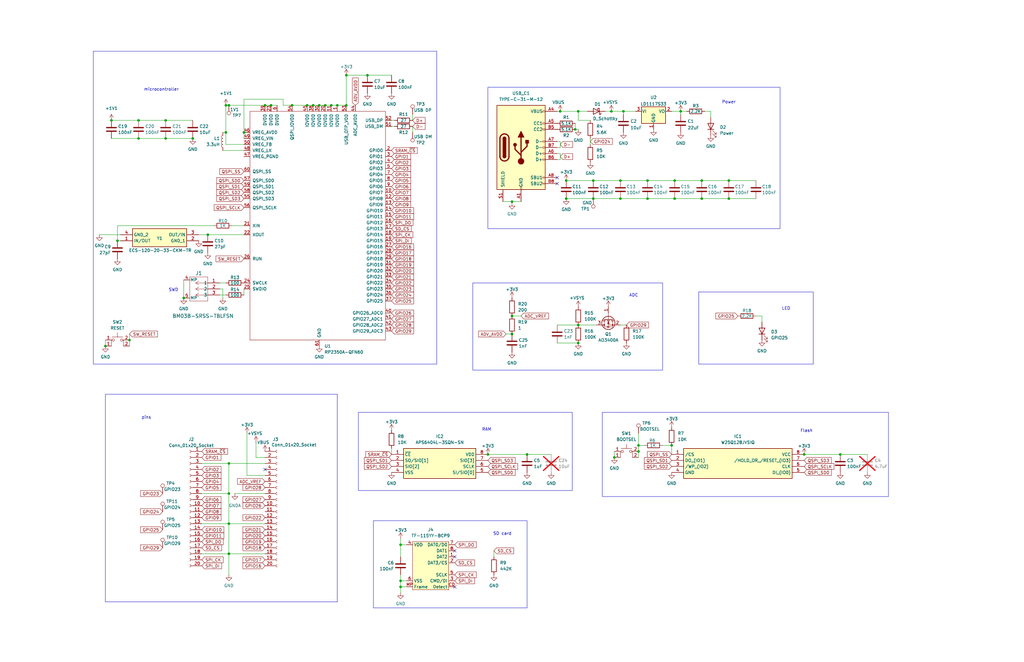
<source format=kicad_sch>
(kicad_sch (version 20231120) (generator "eeschema") (generator_version "8.0")
  (paper "B")
  (junction (at 44.45 146.05))
  (junction (at 283.21 187.96))
  (junction (at 236.22 46.99))
  (junction (at 146.05 31.75))
  (junction (at 95.25 44.45))
  (junction (at 134.62 44.45))
  (junction (at 222.25 191.77))
  (junction (at 96.52 208.28))
  (junction (at 114.3 44.45))
  (junction (at 273.05 76.2))
  (junction (at 102.87 55.88))
  (junction (at 129.54 44.45))
  (junction (at 284.48 83.82))
  (junction (at 238.76 83.82))
  (junction (at 295.91 76.2))
  (junction (at 139.7 44.45))
  (junction (at 339.09 191.77))
  (junction (at 250.19 76.2))
  (junction (at 49.53 101.6))
  (junction (at 142.24 44.45))
  (junction (at 95.25 55.88))
  (junction (at 295.91 83.82))
  (junction (at 259.08 193.04))
  (junction (at 46.99 50.8))
  (junction (at 215.9 140.97))
  (junction (at 269.24 190.5))
  (junction (at 243.84 137.16))
  (junction (at 243.84 144.78))
  (junction (at 146.05 44.45))
  (junction (at 257.81 46.99))
  (junction (at 87.63 99.06))
  (junction (at 307.34 76.2))
  (junction (at 96.52 44.45))
  (junction (at 69.85 50.8))
  (junction (at 132.08 44.45))
  (junction (at 262.89 46.99))
  (junction (at 58.42 58.42))
  (junction (at 168.91 247.65))
  (junction (at 96.52 220.98))
  (junction (at 354.33 191.77))
  (junction (at 58.42 50.8))
  (junction (at 154.94 31.75))
  (junction (at 77.47 125.73))
  (junction (at 69.85 58.42))
  (junction (at 205.74 191.77))
  (junction (at 96.52 195.58))
  (junction (at 96.52 233.68))
  (junction (at 287.02 46.99))
  (junction (at 215.9 85.09))
  (junction (at 242.57 54.61))
  (junction (at 269.24 187.96))
  (junction (at 168.91 245.11))
  (junction (at 54.61 143.51))
  (junction (at 261.62 76.2))
  (junction (at 284.48 76.2))
  (junction (at 168.91 229.87))
  (junction (at 243.84 46.99))
  (junction (at 81.28 58.42))
  (junction (at 238.76 76.2))
  (junction (at 273.05 83.82))
  (junction (at 123.19 44.45))
  (junction (at 137.16 44.45))
  (junction (at 111.76 44.45))
  (junction (at 261.62 83.82))
  (junction (at 250.19 83.82))
  (junction (at 307.34 83.82))
  (junction (at 215.9 133.35))
  (no_connect (at 191.77 234.95))
  (no_connect (at 191.77 232.41))
  (no_connect (at 234.95 77.47))
  (no_connect (at 111.76 198.12))
  (no_connect (at 234.95 74.93))
  (no_connect (at 191.77 247.65))
  (wire (pts (xy 111.76 193.04) (xy 107.95 193.04)))
  (wire (pts (xy 96.52 220.98) (xy 111.76 220.98)))
  (wire (pts (xy 234.95 46.99) (xy 236.22 46.99)))
  (wire (pts (xy 54.61 140.97) (xy 54.61 143.51)))
  (wire (pts (xy 262.89 46.99) (xy 262.89 48.26)))
  (wire (pts (xy 168.91 247.65) (xy 171.45 247.65)))
  (wire (pts (xy 248.92 60.96) (xy 248.92 58.42)))
  (wire (pts (xy 96.52 233.68) (xy 96.52 242.57)))
  (wire (pts (xy 96.52 44.45) (xy 111.76 44.45)))
  (wire (pts (xy 166.37 50.8) (xy 165.1 50.8)))
  (wire (pts (xy 85.09 208.28) (xy 96.52 208.28)))
  (wire (pts (xy 171.45 229.87) (xy 168.91 229.87)))
  (wire (pts (xy 173.99 48.26) (xy 173.99 50.8)))
  (wire (pts (xy 284.48 83.82) (xy 295.91 83.82)))
  (wire (pts (xy 236.22 67.31) (xy 234.95 67.31)))
  (wire (pts (xy 339.09 191.77) (xy 354.33 191.77)))
  (wire (pts (xy 168.91 229.87) (xy 168.91 234.95)))
  (wire (pts (xy 307.34 83.82) (xy 318.77 83.82)))
  (wire (pts (xy 102.87 41.91) (xy 119.38 41.91)))
  (wire (pts (xy 46.99 50.8) (xy 58.42 50.8)))
  (wire (pts (xy 49.53 101.6) (xy 50.8 101.6)))
  (wire (pts (xy 295.91 76.2) (xy 307.34 76.2)))
  (wire (pts (xy 299.72 46.99) (xy 297.18 46.99)))
  (wire (pts (xy 93.98 63.5) (xy 102.87 63.5)))
  (wire (pts (xy 49.53 95.25) (xy 49.53 101.6)))
  (wire (pts (xy 269.24 190.5) (xy 269.24 193.04)))
  (wire (pts (xy 87.63 99.06) (xy 102.87 99.06)))
  (wire (pts (xy 171.45 245.11) (xy 168.91 245.11)))
  (wire (pts (xy 85.09 195.58) (xy 96.52 195.58)))
  (wire (pts (xy 173.99 55.88) (xy 173.99 53.34)))
  (wire (pts (xy 123.19 44.45) (xy 119.38 44.45)))
  (wire (pts (xy 104.14 200.66) (xy 111.76 200.66)))
  (wire (pts (xy 269.24 187.96) (xy 269.24 190.5)))
  (wire (pts (xy 287.02 46.99) (xy 283.21 46.99)))
  (wire (pts (xy 213.36 140.97) (xy 215.9 140.97)))
  (wire (pts (xy 93.98 121.92) (xy 93.98 125.73)))
  (wire (pts (xy 95.25 55.88) (xy 95.25 44.45)))
  (wire (pts (xy 250.19 83.82) (xy 261.62 83.82)))
  (wire (pts (xy 321.31 133.35) (xy 318.77 133.35)))
  (wire (pts (xy 58.42 58.42) (xy 69.85 58.42)))
  (wire (pts (xy 58.42 50.8) (xy 69.85 50.8)))
  (wire (pts (xy 250.19 76.2) (xy 261.62 76.2)))
  (wire (pts (xy 299.72 49.53) (xy 299.72 46.99)))
  (wire (pts (xy 215.9 85.09) (xy 219.71 85.09)))
  (wire (pts (xy 142.24 44.45) (xy 146.05 44.45)))
  (wire (pts (xy 96.52 208.28) (xy 96.52 220.98)))
  (wire (pts (xy 96.52 195.58) (xy 96.52 208.28)))
  (wire (pts (xy 134.62 44.45) (xy 132.08 44.45)))
  (wire (pts (xy 104.14 182.88) (xy 104.14 200.66)))
  (wire (pts (xy 168.91 245.11) (xy 168.91 247.65)))
  (wire (pts (xy 283.21 191.77) (xy 283.21 187.96)))
  (wire (pts (xy 165.1 189.23) (xy 165.1 191.77)))
  (wire (pts (xy 262.89 46.99) (xy 257.81 46.99)))
  (wire (pts (xy 257.81 46.99) (xy 255.27 46.99)))
  (wire (pts (xy 243.84 50.8) (xy 243.84 46.99)))
  (wire (pts (xy 44.45 143.51) (xy 44.45 146.05)))
  (wire (pts (xy 107.95 193.04) (xy 107.95 186.69)))
  (wire (pts (xy 111.76 44.45) (xy 114.3 44.45)))
  (wire (pts (xy 215.9 85.09) (xy 215.9 85.725)))
  (wire (pts (xy 219.71 133.35) (xy 215.9 133.35)))
  (wire (pts (xy 139.7 44.45) (xy 142.24 44.45)))
  (wire (pts (xy 261.62 76.2) (xy 273.05 76.2)))
  (wire (pts (xy 69.85 50.8) (xy 81.28 50.8)))
  (wire (pts (xy 205.74 191.77) (xy 222.25 191.77)))
  (wire (pts (xy 259.08 190.5) (xy 259.08 193.04)))
  (wire (pts (xy 102.87 55.88) (xy 102.87 41.91)))
  (wire (pts (xy 262.89 46.99) (xy 267.97 46.99)))
  (wire (pts (xy 132.08 44.45) (xy 129.54 44.45)))
  (wire (pts (xy 289.56 46.99) (xy 287.02 46.99)))
  (wire (pts (xy 287.02 46.99) (xy 287.02 48.26)))
  (wire (pts (xy 212.09 85.09) (xy 215.9 85.09)))
  (wire (pts (xy 92.71 124.46) (xy 95.25 124.46)))
  (wire (pts (xy 114.3 44.45) (xy 116.84 44.45)))
  (wire (pts (xy 92.71 119.38) (xy 95.25 119.38)))
  (wire (pts (xy 248.92 50.8) (xy 243.84 50.8)))
  (wire (pts (xy 283.21 187.96) (xy 279.4 187.96)))
  (wire (pts (xy 54.61 143.51) (xy 54.61 146.05)))
  (wire (pts (xy 238.76 83.82) (xy 250.19 83.82)))
  (wire (pts (xy 165.1 53.34) (xy 166.37 53.34)))
  (wire (pts (xy 284.48 76.2) (xy 295.91 76.2)))
  (wire (pts (xy 273.05 76.2) (xy 284.48 76.2)))
  (wire (pts (xy 137.16 44.45) (xy 134.62 44.45)))
  (wire (pts (xy 234.95 137.16) (xy 243.84 137.16)))
  (wire (pts (xy 99.06 208.28) (xy 111.76 208.28)))
  (wire (pts (xy 96.52 233.68) (xy 85.09 233.68)))
  (wire (pts (xy 234.95 59.69) (xy 236.22 59.69)))
  (wire (pts (xy 168.91 242.57) (xy 168.91 245.11)))
  (wire (pts (xy 234.95 144.78) (xy 243.84 144.78)))
  (wire (pts (xy 146.05 31.75) (xy 154.94 31.75)))
  (wire (pts (xy 307.34 76.2) (xy 318.77 76.2)))
  (wire (pts (xy 96.52 195.58) (xy 111.76 195.58)))
  (wire (pts (xy 242.57 54.61) (xy 242.57 52.07)))
  (wire (pts (xy 69.85 58.42) (xy 81.28 58.42)))
  (wire (pts (xy 168.91 227.33) (xy 168.91 229.87)))
  (wire (pts (xy 247.65 46.99) (xy 243.84 46.99)))
  (wire (pts (xy 354.33 191.77) (xy 365.76 191.77)))
  (wire (pts (xy 90.17 95.25) (xy 49.53 95.25)))
  (wire (pts (xy 222.25 191.77) (xy 232.41 191.77)))
  (wire (pts (xy 85.09 220.98) (xy 96.52 220.98)))
  (wire (pts (xy 271.78 187.96) (xy 269.24 187.96)))
  (wire (pts (xy 139.7 44.45) (xy 137.16 44.45)))
  (wire (pts (xy 119.38 44.45) (xy 119.38 41.91)))
  (wire (pts (xy 83.82 99.06) (xy 87.63 99.06)))
  (wire (pts (xy 46.99 58.42) (xy 58.42 58.42)))
  (wire (pts (xy 168.91 250.19) (xy 168.91 247.65)))
  (wire (pts (xy 273.05 83.82) (xy 284.48 83.82)))
  (wire (pts (xy 96.52 233.68) (xy 111.76 233.68)))
  (wire (pts (xy 77.47 118.11) (xy 77.47 125.73)))
  (wire (pts (xy 236.22 59.69) (xy 236.22 62.23)))
  (wire (pts (xy 146.05 31.75) (xy 146.05 44.45)))
  (wire (pts (xy 321.31 135.89) (xy 321.31 133.35)))
  (wire (pts (xy 95.25 44.45) (xy 96.52 44.45)))
  (wire (pts (xy 208.28 232.41) (xy 208.28 234.95)))
  (wire (pts (xy 261.62 137.16) (xy 264.16 137.16)))
  (wire (pts (xy 96.52 220.98) (xy 96.52 233.68)))
  (wire (pts (xy 123.19 44.45) (xy 129.54 44.45)))
  (wire (pts (xy 234.95 64.77) (xy 236.22 64.77)))
  (wire (pts (xy 236.22 62.23) (xy 234.95 62.23)))
  (wire (pts (xy 102.87 124.46) (xy 102.87 121.92)))
  (wire (pts (xy 236.22 64.77) (xy 236.22 67.31)))
  (wire (pts (xy 95.25 60.96) (xy 95.25 55.88)))
  (wire (pts (xy 295.91 83.82) (xy 307.34 83.82)))
  (wire (pts (xy 102.87 60.96) (xy 95.25 60.96)))
  (wire (pts (xy 97.79 95.25) (xy 102.87 95.25)))
  (wire (pts (xy 261.62 83.82) (xy 273.05 83.82)))
  (wire (pts (xy 269.24 182.88) (xy 269.24 187.96)))
  (wire (pts (xy 238.76 76.2) (xy 250.19 76.2)))
  (wire (pts (xy 243.84 137.16) (xy 251.46 137.16)))
  (wire (pts (xy 243.84 54.61) (xy 242.57 54.61)))
  (wire (pts (xy 236.22 46.99) (xy 243.84 46.99)))
  (wire (pts (xy 102.87 58.42) (xy 102.87 55.88)))
  (wire (pts (xy 50.8 99.06) (xy 41.91 99.06)))
  (wire (pts (xy 92.71 121.92) (xy 93.98 121.92)))
  (wire (pts (xy 154.94 31.75) (xy 165.1 31.75)))
  (wire (pts (xy 93.98 55.88) (xy 95.25 55.88)))
  (rectangle (start 44.45 166.37) (end 142.24 254))
  (rectangle (start 199.39 119.38) (end 279.4 156.21))
  (rectangle (start 157.48 219.71) (end 222.25 256.54))
  (rectangle (start 294.64 123.19) (end 342.9 153.67))
  (rectangle (start 39.37 21.59) (end 184.15 153.67))
  (rectangle (start 205.74 36.83) (end 328.93 96.52))
  (rectangle (start 151.13 173.99) (end 241.3 207.01))
  (rectangle (start 254 173.99) (end 374.65 209.55))
  (text "Power" (at 307.34 43.18 0) (effects (font (size 1.27 1.27))))
  (text "SWD" (at 73.152 122.428 0) (effects (font (size 1.27 1.27))))
  (text "ADC" (at 267.208 124.714 0) (effects (font (size 1.27 1.27))))
  (text "pins" (at 61.722 176.276 0) (effects (font (size 1.27 1.27))))
  (text "SD card" (at 211.836 225.298 0) (effects (font (size 1.27 1.27))))
  (text "RAM" (at 205.232 181.356 0) (effects (font (size 1.27 1.27))))
  (text "microcontroller" (at 68.072 37.846 0) (effects (font (size 1.27 1.27))))
  (text "Flash" (at 340.106 181.864 0) (effects (font (size 1.27 1.27))))
  (text "LED" (at 331.47 130.302 0) (effects (font (size 1.27 1.27))))
  (global_label "GPIO18" (shape input) (at 111.76 231.14 180) (property "Intersheetrefs" "${INTERSHEET_REFS}" (effects (hide yes))))
  (global_label "GPIO29" (shape input) (at 68.58 231.14 180) (property "Intersheetrefs" "${INTERSHEET_REFS}" (effects (hide yes))))
  (global_label "ADV_AVDD" (shape input) (at 149.86 44.45 90) (property "Intersheetrefs" "${INTERSHEET_REFS}" (effects (hide yes))))
  (global_label "GPIO19" (shape input) (at 111.76 228.6 180) (property "Intersheetrefs" "${INTERSHEET_REFS}" (effects (hide yes))))
  (global_label "QSPI_SD3" (shape input) (at 102.87 83.82 180) (property "Intersheetrefs" "${INTERSHEET_REFS}" (effects (hide yes))))
  (global_label "GPIO8" (shape input) (at 85.09 215.9 0) (property "Intersheetrefs" "${INTERSHEET_REFS}" (effects (hide yes))))
  (global_label "SPI_DI" (shape input) (at 191.77 245.11 0) (property "Intersheetrefs" "${INTERSHEET_REFS}" (effects (hide yes))))
  (global_label "QSPI_SS" (shape input) (at 102.87 72.39 180) (property "Intersheetrefs" "${INTERSHEET_REFS}" (effects (hide yes))))
  (global_label "GPIO9" (shape input) (at 165.1 86.36 0) (property "Intersheetrefs" "${INTERSHEET_REFS}" (effects (hide yes))))
  (global_label "SPI_DI" (shape input) (at 85.09 238.76 0) (property "Intersheetrefs" "${INTERSHEET_REFS}" (effects (hide yes))))
  (global_label "SD_CS" (shape input) (at 191.77 237.49 0) (property "Intersheetrefs" "${INTERSHEET_REFS}" (effects (hide yes))))
  (global_label "GPIO11" (shape input) (at 165.1 91.44 0) (property "Intersheetrefs" "${INTERSHEET_REFS}" (effects (hide yes))))
  (global_label "GPIO20" (shape input) (at 111.76 226.06 180) (property "Intersheetrefs" "${INTERSHEET_REFS}" (effects (hide yes))))
  (global_label "GPIO7" (shape input) (at 165.1 81.28 0) (property "Intersheetrefs" "${INTERSHEET_REFS}" (effects (hide yes))))
  (global_label "SPI_CK" (shape input) (at 165.1 99.06 0) (property "Intersheetrefs" "${INTERSHEET_REFS}" (effects (hide yes))))
  (global_label "SPI_DI" (shape input) (at 165.1 101.6 0) (property "Intersheetrefs" "${INTERSHEET_REFS}" (effects (hide yes))))
  (global_label "GPIO10" (shape input) (at 85.09 223.52 0) (property "Intersheetrefs" "${INTERSHEET_REFS}" (effects (hide yes))))
  (global_label "SPI_DO" (shape input) (at 85.09 228.6 0) (property "Intersheetrefs" "${INTERSHEET_REFS}" (effects (hide yes))))
  (global_label "GPIO4" (shape input) (at 165.1 73.66 0) (property "Intersheetrefs" "${INTERSHEET_REFS}" (effects (hide yes))))
  (global_label "QSPI_SCLK" (shape input) (at 339.09 196.85 0) (property "Intersheetrefs" "${INTERSHEET_REFS}" (effects (hide yes))))
  (global_label "SW_RESET" (shape input) (at 54.61 140.97 0) (property "Intersheetrefs" "${INTERSHEET_REFS}" (effects (hide yes))))
  (global_label "SW_RESET" (shape input) (at 102.87 109.22 180) (property "Intersheetrefs" "${INTERSHEET_REFS}" (effects (hide yes))))
  (global_label "QSPI_SD3" (shape input) (at 339.09 194.31 0) (property "Intersheetrefs" "${INTERSHEET_REFS}" (effects (hide yes))))
  (global_label "QSPI_SS" (shape input) (at 283.21 191.77 180) (property "Intersheetrefs" "${INTERSHEET_REFS}" (effects (hide yes))))
  (global_label "SRAM_~{CS}" (shape input) (at 165.1 191.77 180) (property "Intersheetrefs" "${INTERSHEET_REFS}" (effects (hide yes))))
  (global_label "GPIO5" (shape input) (at 165.1 76.2 0) (property "Intersheetrefs" "${INTERSHEET_REFS}" (effects (hide yes))))
  (global_label "GPIO25" (shape input) (at 311.15 133.35 180) (property "Intersheetrefs" "${INTERSHEET_REFS}" (effects (hide yes))))
  (global_label "GPIO4" (shape input) (at 85.09 203.2 0) (property "Intersheetrefs" "${INTERSHEET_REFS}" (effects (hide yes))))
  (global_label "D-" (shape input) (at 236.22 60.96 0) (property "Intersheetrefs" "${INTERSHEET_REFS}" (effects (hide yes))))
  (global_label "SD_CS" (shape input) (at 208.28 232.41 0) (property "Intersheetrefs" "${INTERSHEET_REFS}" (effects (hide yes))))
  (global_label "GPIO23" (shape input) (at 68.58 208.28 180) (property "Intersheetrefs" "${INTERSHEET_REFS}" (effects (hide yes))))
  (global_label "GPIO17" (shape input) (at 111.76 236.22 180) (property "Intersheetrefs" "${INTERSHEET_REFS}" (effects (hide yes))))
  (global_label "GPIO17" (shape input) (at 165.1 106.68 0) (property "Intersheetrefs" "${INTERSHEET_REFS}" (effects (hide yes))))
  (global_label "GPIO7" (shape input) (at 85.09 213.36 0) (property "Intersheetrefs" "${INTERSHEET_REFS}" (effects (hide yes))))
  (global_label "SPI_CK" (shape input) (at 85.09 236.22 0) (property "Intersheetrefs" "${INTERSHEET_REFS}" (effects (hide yes))))
  (global_label "D+" (shape input) (at 236.22 66.04 0) (property "Intersheetrefs" "${INTERSHEET_REFS}" (effects (hide yes))))
  (global_label "GPIO22" (shape input) (at 111.76 218.44 180) (property "Intersheetrefs" "${INTERSHEET_REFS}" (effects (hide yes))))
  (global_label "SD_CS" (shape input) (at 85.09 231.14 0) (property "Intersheetrefs" "${INTERSHEET_REFS}" (effects (hide yes))))
  (global_label "GPIO28" (shape input) (at 111.76 205.74 180) (property "Intersheetrefs" "${INTERSHEET_REFS}" (effects (hide yes))))
  (global_label "GPIO19" (shape input) (at 165.1 111.76 0) (property "Intersheetrefs" "${INTERSHEET_REFS}" (effects (hide yes))))
  (global_label "D+" (shape input) (at 173.99 50.8 0) (property "Intersheetrefs" "${INTERSHEET_REFS}" (effects (hide yes))))
  (global_label "QSPI_SD2" (shape input) (at 165.1 196.85 180) (property "Intersheetrefs" "${INTERSHEET_REFS}" (effects (hide yes))))
  (global_label "QSPI_SD3" (shape input) (at 205.74 194.31 0) (property "Intersheetrefs" "${INTERSHEET_REFS}" (effects (hide yes))))
  (global_label "GPIO25" (shape input) (at 68.58 223.52 180) (property "Intersheetrefs" "${INTERSHEET_REFS}" (effects (hide yes))))
  (global_label "GPIO24" (shape input) (at 248.92 59.69 0) (property "Intersheetrefs" "${INTERSHEET_REFS}" (effects (hide yes))))
  (global_label "GPIO9" (shape input) (at 85.09 218.44 0) (property "Intersheetrefs" "${INTERSHEET_REFS}" (effects (hide yes))))
  (global_label "SPI_CK" (shape input) (at 191.77 242.57 0) (property "Intersheetrefs" "${INTERSHEET_REFS}" (effects (hide yes))))
  (global_label "SPI_DO" (shape input) (at 165.1 93.98 0) (property "Intersheetrefs" "${INTERSHEET_REFS}" (effects (hide yes))))
  (global_label "ADV_AVDD" (shape input) (at 213.36 140.97 180) (property "Intersheetrefs" "${INTERSHEET_REFS}" (effects (hide yes))))
  (global_label "GPIO18" (shape input) (at 165.1 109.22 0) (property "Intersheetrefs" "${INTERSHEET_REFS}" (effects (hide yes))))
  (global_label "QSPI_SD1" (shape input) (at 102.87 78.74 180) (property "Intersheetrefs" "${INTERSHEET_REFS}" (effects (hide yes))))
  (global_label "GPIO8" (shape input) (at 165.1 83.82 0) (property "Intersheetrefs" "${INTERSHEET_REFS}" (effects (hide yes))))
  (global_label "ADC_VREF" (shape input) (at 111.76 203.2 180) (property "Intersheetrefs" "${INTERSHEET_REFS}" (effects (hide yes))))
  (global_label "GPIO24" (shape input) (at 165.1 124.46 0) (property "Intersheetrefs" "${INTERSHEET_REFS}" (effects (hide yes))))
  (global_label "GPIO21" (shape input) (at 165.1 116.84 0) (property "Intersheetrefs" "${INTERSHEET_REFS}" (effects (hide yes))))
  (global_label "GPIO26" (shape input) (at 111.76 213.36 180) (property "Intersheetrefs" "${INTERSHEET_REFS}" (effects (hide yes))))
  (global_label "GPIO11" (shape input) (at 85.09 226.06 0) (property "Intersheetrefs" "${INTERSHEET_REFS}" (effects (hide yes))))
  (global_label "ADC_VREF" (shape input) (at 219.71 133.35 0) (property "Intersheetrefs" "${INTERSHEET_REFS}" (effects (hide yes))))
  (global_label "QSPI_SD1" (shape input) (at 283.21 194.31 180) (property "Intersheetrefs" "${INTERSHEET_REFS}" (effects (hide yes))))
  (global_label "GPIO21" (shape input) (at 111.76 223.52 180) (property "Intersheetrefs" "${INTERSHEET_REFS}" (effects (hide yes))))
  (global_label "QSPI_SD2" (shape input) (at 102.87 81.28 180) (property "Intersheetrefs" "${INTERSHEET_REFS}" (effects (hide yes))))
  (global_label "GPIO27" (shape input) (at 165.1 134.62 0) (property "Intersheetrefs" "${INTERSHEET_REFS}" (effects (hide yes))))
  (global_label "GPIO16" (shape input) (at 165.1 104.14 0) (property "Intersheetrefs" "${INTERSHEET_REFS}" (effects (hide yes))))
  (global_label "SRAM_~{CS}" (shape input) (at 165.1 63.5 0) (property "Intersheetrefs" "${INTERSHEET_REFS}" (effects (hide yes))))
  (global_label "GPIO6" (shape input) (at 165.1 78.74 0) (property "Intersheetrefs" "${INTERSHEET_REFS}" (effects (hide yes))))
  (global_label "GPIO3" (shape input) (at 85.09 200.66 0) (property "Intersheetrefs" "${INTERSHEET_REFS}" (effects (hide yes))))
  (global_label "GPIO29" (shape input) (at 264.16 137.16 0) (property "Intersheetrefs" "${INTERSHEET_REFS}" (effects (hide yes))))
  (global_label "QSPI_SD1" (shape input) (at 165.1 194.31 180) (property "Intersheetrefs" "${INTERSHEET_REFS}" (effects (hide yes))))
  (global_label "QSPI_SD0" (shape input) (at 102.87 76.2 180) (property "Intersheetrefs" "${INTERSHEET_REFS}" (effects (hide yes))))
  (global_label "GPIO5" (shape input) (at 85.09 205.74 0) (property "Intersheetrefs" "${INTERSHEET_REFS}" (effects (hide yes))))
  (global_label "GPIO2" (shape input) (at 165.1 68.58 0) (property "Intersheetrefs" "${INTERSHEET_REFS}" (effects (hide yes))))
  (global_label "GPIO2" (shape input) (at 85.09 198.12 0) (property "Intersheetrefs" "${INTERSHEET_REFS}" (effects (hide yes))))
  (global_label "QSPI_SCLK" (shape input) (at 205.74 196.85 0) (property "Intersheetrefs" "${INTERSHEET_REFS}" (effects (hide yes))))
  (global_label "QSPI_SCLK" (shape input) (at 102.87 87.63 180) (property "Intersheetrefs" "${INTERSHEET_REFS}" (effects (hide yes))))
  (global_label "GPIO27" (shape input) (at 111.76 210.82 180) (property "Intersheetrefs" "${INTERSHEET_REFS}" (effects (hide yes))))
  (global_label "GPIO1" (shape input) (at 165.1 66.04 0) (property "Intersheetrefs" "${INTERSHEET_REFS}" (effects (hide yes))))
  (global_label "QSPI_SD0" (shape input) (at 205.74 199.39 0) (property "Intersheetrefs" "${INTERSHEET_REFS}" (effects (hide yes))))
  (global_label "GPIO10" (shape input) (at 165.1 88.9 0) (property "Intersheetrefs" "${INTERSHEET_REFS}" (effects (hide yes))))
  (global_label "GPIO25" (shape input) (at 165.1 127 0) (property "Intersheetrefs" "${INTERSHEET_REFS}" (effects (hide yes))))
  (global_label "GPIO28" (shape input) (at 165.1 137.16 0) (property "Intersheetrefs" "${INTERSHEET_REFS}" (effects (hide yes))))
  (global_label "GPIO22" (shape input) (at 165.1 119.38 0) (property "Intersheetrefs" "${INTERSHEET_REFS}" (effects (hide yes))))
  (global_label "SPI_DO" (shape input) (at 191.77 229.87 0) (property "Intersheetrefs" "${INTERSHEET_REFS}" (effects (hide yes))))
  (global_label "GPIO23" (shape input) (at 165.1 121.92 0) (property "Intersheetrefs" "${INTERSHEET_REFS}" (effects (hide yes))))
  (global_label "GPIO26" (shape input) (at 165.1 132.08 0) (property "Intersheetrefs" "${INTERSHEET_REFS}" (effects (hide yes))))
  (global_label "GPIO24" (shape input) (at 68.58 215.9 180) (property "Intersheetrefs" "${INTERSHEET_REFS}" (effects (hide yes))))
  (global_label "QSPI_SD2" (shape input) (at 283.21 196.85 180) (property "Intersheetrefs" "${INTERSHEET_REFS}" (effects (hide yes))))
  (global_label "GPIO16" (shape input) (at 111.76 238.76 180) (property "Intersheetrefs" "${INTERSHEET_REFS}" (effects (hide yes))))
  (global_label "GPIO3" (shape input) (at 165.1 71.12 0) (property "Intersheetrefs" "${INTERSHEET_REFS}" (effects (hide yes))))
  (global_label "SD_CS" (shape input) (at 165.1 96.52 0) (property "Intersheetrefs" "${INTERSHEET_REFS}" (effects (hide yes))))
  (global_label "GPIO20" (shape input) (at 165.1 114.3 0) (property "Intersheetrefs" "${INTERSHEET_REFS}" (effects (hide yes))))
  (global_label "GPIO6" (shape input) (at 85.09 210.82 0) (property "Intersheetrefs" "${INTERSHEET_REFS}" (effects (hide yes))))
  (global_label "D-" (shape input) (at 173.99 53.34 0) (property "Intersheetrefs" "${INTERSHEET_REFS}" (effects (hide yes))))
  (global_label "GPIO29" (shape input) (at 165.1 139.7 0) (property "Intersheetrefs" "${INTERSHEET_REFS}" (effects (hide yes))))
  (global_label "QSPI_SD0" (shape input) (at 339.09 199.39 0) (property "Intersheetrefs" "${INTERSHEET_REFS}" (effects (hide yes))))
  (global_label "GPIO1" (shape input) (at 85.09 193.04 0) (property "Intersheetrefs" "${INTERSHEET_REFS}" (effects (hide yes))))
  (global_label "SRAM_~{CS}" (shape input) (at 85.09 190.5 0) (property "Intersheetrefs" "${INTERSHEET_REFS}" (effects (hide yes))))
  (symbol (lib_id "Device:R") (at 293.37 46.99 90) (unit 1)
    (property "Reference" "R3" (at 293.37 44.704 90))
    (property "Value" "2.2K" (at 293.37 46.99 90))
    (property "Footprint" "Resistor_SMD:R_0603_1608Metric" (effects (hide yes)))
  )
  (symbol (lib_id "power:GND") (at 299.72 57.15 0) (unit 1)
    (property "Reference" "#PWR09" (effects (hide yes)))
    (property "Value" "GND" (at 299.72 61.7125 0))
  )
  (symbol (lib_id "power:VBUS") (at 111.76 190.5 0) (unit 1)
    (property "Reference" "#PWR050" (effects (hide yes)))
    (property "Value" "VBUS" (at 110.998 186.69 0))
    (property "Description" "Power symbol creates a global label with name \"VBUS\"" (effects (hide yes)))
  )
  (symbol (lib_id "power:+3.3V") (at 146.05 31.75 0) (unit 1)
    (property "Reference" "#PWR026" (effects (hide yes)))
    (property "Value" "+3V3" (at 146.05 28.1455 0))
  )
  (symbol (lib_id "power:GND") (at 81.28 58.42 0) (unit 1)
    (property "Reference" "#PWR036" (effects (hide yes)))
    (property "Value" "GND" (at 81.28 62.9825 0))
  )
  (symbol (lib_id "power:+3.3V") (at 256.54 129.54 0) (unit 1)
    (property "Reference" "#PWR042" (effects (hide yes)))
    (property "Value" "+3V3" (at 256.54 125.9355 0))
  )
  (symbol (lib_id "Connector:TestPoint") (at 68.58 215.9 0) (unit 1)
    (property "Reference" "TP11" (at 70.104 211.582 0) (effects (justify left)))
    (property "Value" "GPIO24" (at 69.088 214.122 0) (effects (justify left)))
    (property "Footprint" "TestPoint:TestPoint_Pad_1.5x1.5mm" (effects (hide yes)))
    (property "Description" "test point" (effects (hide yes)))
  )
  (symbol (lib_id "Device:R") (at 238.76 52.07 90) (unit 1)
    (property "Reference" "R1" (at 238.76 49.53 90))
    (property "Value" "5.1K" (at 238.76 52.07 90))
    (property "Footprint" "Resistor_SMD:R_0603_1608Metric" (effects (hide yes)))
  )
  (symbol (lib_id "power:GND") (at 83.82 101.6 0) (unit 1)
    (property "Reference" "#PWR030" (effects (hide yes)))
    (property "Value" "GND" (at 83.82 106.1625 0))
  )
  (symbol (lib_id "Device:R") (at 243.84 133.35 0) (unit 1)
    (property "Reference" "R15" (at 246.38 132.0799 0) (effects (justify left)))
    (property "Value" "100K" (at 246.38 134.6199 0) (effects (justify left)))
    (property "Footprint" "Resistor_SMD:R_0603_1608Metric" (effects (hide yes)))
    (property "Description" "Resistor" (effects (hide yes)))
  )
  (symbol (lib_id "Device:R") (at 99.06 119.38 90) (unit 1)
    (property "Reference" "R13" (at 99.06 117.094 90))
    (property "Value" "100" (at 99.06 119.38 90))
    (property "Footprint" "Resistor_SMD:R_0603_1608Metric" (effects (hide yes)))
  )
  (symbol (lib_id "Evan's Symbol Library:APS6404L-3SQN-SN") (at 165.1 191.77 0) (unit 1)
    (property "Reference" "IC2" (at 185.42 184.15 0))
    (property "Value" "APS6404L-3SQN-SN" (at 185.42 186.69 0))
    (property "Footprint" "Evan's Kicad Library:SOIC127P600X175-8N" (effects (hide yes)))
    (property "Datasheet" "https://www.apmemory.com/wp-content/uploads/APM_PSRAM_E3_QSPI-APS6404L-3SQN-v2.4-KGD_PKG.pdf" (effects (hide yes)))
    (property "Description" "DRAM IoT RAM 64Mb QSPI (x1,x4) SDR 133MHz, 3V, Ind. Temp., SOP8" (effects (hide yes)))
    (property "Height" "1.75" (effects (hide yes)))
    (property "Mouser Part Number" "878-APS6404L-3SQN-SN" (effects (hide yes)))
    (property "Mouser Price/Stock" "https://www.mouser.co.uk/ProductDetail/AP-Memory/APS6404L-3SQN-SN?qs=IS%252B4QmGtzzqCot9%252BeIJwKw%3D%3D" (effects (hide yes)))
    (property "Manufacturer_Name" "AP Memory" (effects (hide yes)))
    (property "Manufacturer_Part_Number" "APS6404L-3SQN-SN" (effects (hide yes)))
  )
  (symbol (lib_id "power:GND") (at 165.1 39.37 0) (unit 1)
    (property "Reference" "#PWR028" (effects (hide yes)))
    (property "Value" "GND" (at 165.1 43.9325 0))
  )
  (symbol (lib_id "Connector:TestPoint") (at 269.24 182.88 0) (unit 1)
    (property "Reference" "TP6" (at 270.764 178.562 0) (effects (justify left)))
    (property "Value" "BOOTSEL" (at 269.748 181.102 0) (effects (justify left)))
    (property "Footprint" "TestPoint:TestPoint_Pad_1.5x1.5mm" (effects (hide yes)))
    (property "Description" "test point" (effects (hide yes)))
  )
  (symbol (lib_id "Evan's Symbol Library:RP2350A-QFN60") (at 134.62 91.44 0) (unit 1)
    (property "Reference" "U1" (at 136.8141 146.05 0) (effects (justify left)))
    (property "Value" "RP2350A-QFN60" (at 136.8141 148.59 0) (effects (justify left)))
    (property "Footprint" "Evan's Kicad Library:RP2350A_QFN-60_EP_7.75x7.75_Pitch0.4mm" (effects (hide yes)))
  )
  (symbol (lib_id "power:GND") (at 283.21 199.39 0) (unit 1)
    (property "Reference" "#PWR013" (effects (hide yes)))
    (property "Value" "GND" (at 283.21 203.9525 0))
  )
  (symbol (lib_id "Connector:USB_C_Receptacle_USB2.0") (at 219.71 62.23 0) (unit 1)
    (property "Reference" "USB_C1" (at 219.71 39.37 0))
    (property "Value" "TYPE-C-31-M-12" (at 219.71 41.91 0))
    (property "Footprint" "Connector_USB:USB_C_Receptacle_HRO_TYPE-C-31-M-12" (effects (hide yes)))
    (property "Datasheet" "https://www.usb.org/sites/default/files/documents/usb_type-c.zip" (effects (hide yes)))
    (property "LCSC" "C165948" (effects (hide yes)))
  )
  (symbol (lib_id "Connector:TestPoint") (at 173.99 48.26 0) (unit 1)
    (property "Reference" "TP3" (at 175.514 43.942 0) (effects (justify left)))
    (property "Value" "USB DP" (at 174.498 46.482 0) (effects (justify left)))
    (property "Footprint" "TestPoint:TestPoint_Pad_1.5x1.5mm" (effects (hide yes)))
    (property "Description" "test point" (effects (hide yes)))
  )
  (symbol (lib_id "Device:R") (at 165.1 185.42 0) (unit 1)
    (property "Reference" "R8" (at 167.64 184.1499 0) (effects (justify left)))
    (property "Value" "10K" (at 167.64 186.6899 0) (effects (justify left)))
    (property "Footprint" "Resistor_SMD:R_0603_1608Metric" (effects (hide yes)))
    (property "Description" "Resistor" (effects (hide yes)))
  )
  (symbol (lib_id "Device:C") (at 222.25 195.58 0) (unit 1)
    (property "Reference" "C5" (at 225.044 194.31 0) (effects (justify left)))
    (property "Value" "1uF" (at 225.044 196.85 0) (effects (justify left)))
    (property "Footprint" "Capacitor_SMD:C_0603_1608Metric" (effects (hide yes)))
  )
  (symbol (lib_id "power:GND") (at 41.91 99.06 0) (unit 1)
    (property "Reference" "#PWR031" (effects (hide yes)))
    (property "Value" "GND" (at 41.91 103.6225 0))
  )
  (symbol (lib_id "power:GND") (at 238.76 83.82 0) (unit 1)
    (property "Reference" "#PWR034" (effects (hide yes)))
    (property "Value" "GND" (at 238.76 88.3825 0))
  )
  (symbol (lib_id "Device:C") (at 250.19 80.01 0) (unit 1)
    (property "Reference" "C12" (at 252.73 78.74 0) (effects (justify left)))
    (property "Value" "100nF" (at 252.73 81.28 0) (effects (justify left)))
    (property "Footprint" "Capacitor_SMD:C_0603_1608Metric" (effects (hide yes)))
  )
  (symbol (lib_id "Device:C") (at 295.91 80.01 0) (unit 1)
    (property "Reference" "C16" (at 298.45 78.74 0) (effects (justify left)))
    (property "Value" "100nF" (at 298.45 81.28 0) (effects (justify left)))
    (property "Footprint" "Capacitor_SMD:C_0603_1608Metric" (effects (hide yes)))
  )
  (symbol (lib_id "power:GND") (at 215.9 85.725 0) (unit 1)
    (property "Reference" "#PWR03" (effects (hide yes)))
    (property "Value" "GND" (at 215.9 90.2875 0))
  )
  (symbol (lib_id "power:VBUS") (at 236.22 46.99 0) (unit 1)
    (property "Reference" "#PWR01" (effects (hide yes)))
    (property "Value" "VBUS" (at 235.458 43.18 0))
    (property "Description" "Power symbol creates a global label with name \"VBUS\"" (effects (hide yes)))
  )
  (symbol (lib_id "power:GND") (at 134.62 146.05 0) (unit 1)
    (property "Reference" "#PWR047" (effects (hide yes)))
    (property "Value" "GND" (at 134.62 150.6125 0))
  )
  (symbol (lib_id "Connector:TestPoint") (at 68.58 231.14 0) (unit 1)
    (property "Reference" "TP10" (at 70.104 226.822 0) (effects (justify left)))
    (property "Value" "GPIO29" (at 69.088 229.362 0) (effects (justify left)))
    (property "Footprint" "TestPoint:TestPoint_Pad_1.5x1.5mm" (effects (hide yes)))
    (property "Description" "test point" (effects (hide yes)))
  )
  (symbol (lib_id "power:GND") (at 275.59 54.61 0) (unit 1)
    (property "Reference" "#PWR06" (effects (hide yes)))
    (property "Value" "GND" (at 275.59 59.1725 0))
  )
  (symbol (lib_id "power:+3.3V") (at 287.02 46.99 0) (unit 1)
    (property "Reference" "#PWR07" (effects (hide yes)))
    (property "Value" "+3V3" (at 287.02 43.3855 0))
  )
  (symbol (lib_id "Device:C") (at 318.77 80.01 0) (unit 1)
    (property "Reference" "C18" (at 321.31 78.74 0) (effects (justify left)))
    (property "Value" "100nF" (at 321.31 81.28 0) (effects (justify left)))
    (property "Footprint" "Capacitor_SMD:C_0603_1608Metric" (effects (hide yes)))
  )
  (symbol (lib_id "Device:R") (at 314.96 133.35 90) (unit 1)
    (property "Reference" "R18" (at 314.96 131.064 90))
    (property "Value" "2.2K" (at 314.96 133.35 90))
    (property "Footprint" "Resistor_SMD:R_0603_1608Metric" (effects (hide yes)))
  )
  (symbol (lib_id "Transistor_FET:AO3400A") (at 256.54 134.62 90) (mirror x) (unit 1)
    (property "Reference" "Q1" (at 256.54 140.97 90))
    (property "Value" "AO3400A" (at 256.54 143.51 90))
    (property "Footprint" "Package_TO_SOT_SMD:SOT-23" (effects (hide yes)))
    (property "Datasheet" "http://www.aosmd.com/pdfs/datasheet/AO3400A.pdf" (effects (hide yes)))
    (property "Description" "30V Vds, 5.7A Id, N-Channel MOSFET, SOT-23" (effects (hide yes)))
  )
  (symbol (lib_id "power:GND") (at 96.52 242.57 0) (unit 1)
    (property "Reference" "#PWR048" (effects (hide yes)))
    (property "Value" "GND" (at 96.52 247.1325 0))
  )
  (symbol (lib_id "power:+3.3V") (at 205.74 191.77 0) (unit 1)
    (property "Reference" "#PWR018" (effects (hide yes)))
    (property "Value" "+3V3" (at 205.74 188.1655 0))
  )
  (symbol (lib_id "power:GND") (at 93.98 125.73 0) (unit 1)
    (property "Reference" "#PWR038" (effects (hide yes)))
    (property "Value" "GND" (at 93.98 130.2925 0))
  )
  (symbol (lib_id "Evan's Symbol Library:W25Q128JVSIQ") (at 283.21 191.77 0) (unit 1)
    (property "Reference" "IC1" (at 311.15 184.15 0))
    (property "Value" "W25Q128JVSIQ" (at 311.15 186.69 0))
    (property "Footprint" "Evan's Kicad Library:SOIC127P790X216-8N" (effects (hide yes)))
    (property "Datasheet" "https://www.winbond.com/hq/search-resource-file.jsp?partNo=W25Q128JVSIQ&type=datasheet" (effects (hide yes)))
    (property "Description" "128M-bit Serial Flash Memory with uniform 4KB sectors and Dual/Quad SPI" (effects (hide yes)))
    (property "Height" "2.16" (effects (hide yes)))
    (property "Mouser Part Number" "454-W25Q128JVSIQ" (effects (hide yes)))
    (property "Mouser Price/Stock" "https://www.mouser.co.uk/ProductDetail/Winbond/W25Q128JVSIQ?qs=qSfuJ%252Bfl%2Fd6tLXvPR4fl9w%3D%3D" (effects (hide yes)))
    (property "Manufacturer_Name" "Winbond" (effects (hide yes)))
    (property "Manufacturer_Part_Number" "W25Q128JVSIQ" (effects (hide yes)))
  )
  (symbol (lib_id "Device:C") (at 81.28 54.61 0) (unit 1)
    (property "Reference" "C22" (at 84.074 53.34 0) (effects (justify left)))
    (property "Value" "10uF" (at 84.074 55.88 0) (effects (justify left)))
    (property "Footprint" "Capacitor_SMD:C_0603_1608Metric" (effects (hide yes)))
  )
  (symbol (lib_id "Device:C") (at 49.53 105.41 0) (mirror y) (unit 1)
    (property "Reference" "C9" (at 46.736 104.14 0) (effects (justify left)))
    (property "Value" "27pF" (at 46.736 106.68 0) (effects (justify left)))
    (property "Footprint" "Capacitor_SMD:C_0603_1608Metric" (effects (hide yes)))
  )
  (symbol (lib_id "power:GND") (at 354.33 199.39 0) (unit 1)
    (property "Reference" "#PWR014" (effects (hide yes)))
    (property "Value" "GND" (at 354.33 203.9525 0))
  )
  (symbol (lib_id "power:+3.3V") (at 165.1 181.61 0) (unit 1)
    (property "Reference" "#PWR021" (effects (hide yes)))
    (property "Value" "+3V3" (at 165.1 178.0055 0))
  )
  (symbol (lib_id "Device:C") (at 365.76 195.58 0) (unit 1) (dnp yes)
    (property "Reference" "C4" (at 368.808 194.31 0) (effects (justify left)))
    (property "Value" "4.7uF" (at 368.808 196.85 0) (effects (justify left)))
    (property "Footprint" "Capacitor_SMD:C_0603_1608Metric" (effects (hide yes)))
  )
  (symbol (lib_id "power:GND") (at 248.92 68.58 0) (unit 1)
    (property "Reference" "#PWR011" (effects (hide yes)))
    (property "Value" "GND" (at 248.92 73.1425 0))
  )
  (symbol (lib_id "power:+3.3V") (at 168.91 227.33 0) (unit 1)
    (property "Reference" "#PWR022" (effects (hide yes)))
    (property "Value" "+3V3" (at 168.91 223.7255 0))
  )
  (symbol (lib_id "Device:C") (at 307.34 80.01 0) (unit 1)
    (property "Reference" "C17" (at 309.88 78.74 0) (effects (justify left)))
    (property "Value" "100nF" (at 309.88 81.28 0) (effects (justify left)))
    (property "Footprint" "Capacitor_SMD:C_0603_1608Metric" (effects (hide yes)))
  )
  (symbol (lib_id "power:+3.3V") (at 215.9 125.73 0) (unit 1)
    (property "Reference" "#PWR046" (effects (hide yes)))
    (property "Value" "+3V3" (at 215.9 122.1255 0))
  )
  (symbol (lib_id "power:GNDA") (at 99.06 208.28 0) (unit 1)
    (property "Reference" "#PWR049" (effects (hide yes)))
    (property "Value" "GNDA" (at 99.06 213.36 0))
    (property "Description" "Power symbol creates a global label with name \"GNDA\" , analog ground" (effects (hide yes)))
  )
  (symbol (lib_id "Device:D_Schottky") (at 251.46 46.99 180) (unit 1)
    (property "Reference" "D1" (at 251.968 43.942 0))
    (property "Value" "D_Schottky" (at 255.27 50.038 0))
    (property "Footprint" "Diode_SMD:D_SMA" (effects (hide yes)))
    (property "Description" "Schottky diode" (effects (hide yes)))
  )
  (symbol (lib_id "Connector:TestPoint") (at 68.58 208.28 0) (unit 1)
    (property "Reference" "TP4" (at 70.104 203.962 0) (effects (justify left)))
    (property "Value" "GPIO23" (at 69.088 206.502 0) (effects (justify left)))
    (property "Footprint" "TestPoint:TestPoint_Pad_1.5x1.5mm" (effects (hide yes)))
    (property "Description" "test point" (effects (hide yes)))
  )
  (symbol (lib_id "power:GND") (at 154.94 39.37 0) (unit 1)
    (property "Reference" "#PWR027" (effects (hide yes)))
    (property "Value" "GND" (at 154.94 43.9325 0))
  )
  (symbol (lib_id "power:GND") (at 321.31 143.51 0) (unit 1)
    (property "Reference" "#PWR044" (effects (hide yes)))
    (property "Value" "GND" (at 321.31 148.0725 0))
  )
  (symbol (lib_id "Device:R") (at 208.28 238.76 0) (unit 1)
    (property "Reference" "R9" (at 210.82 237.4899 0) (effects (justify left)))
    (property "Value" "442K" (at 210.82 240.0299 0) (effects (justify left)))
    (property "Footprint" "Resistor_SMD:R_0603_1608Metric" (effects (hide yes)))
    (property "Description" "Resistor" (effects (hide yes)))
  )
  (symbol (lib_name "SW_MEC_5E_1") (lib_id "Switch:SW_MEC_5E") (at 264.16 193.04 0) (unit 1)
    (property "Reference" "SW1" (at 264.16 182.88 0))
    (property "Value" "BOOTSEL" (at 264.16 185.42 0))
    (property "Footprint" "Button_Switch_THT:SW_TH_Tactile_Omron_B3F-10xx" (effects (hide yes)))
    (property "Datasheet" "http://www.apem.com/int/index.php?controller=attachment&id_attachment=1371" (effects (hide yes)))
  )
  (symbol (lib_id "power:+VSW") (at 257.81 46.99 0) (unit 1)
    (property "Reference" "#PWR04" (effects (hide yes)))
    (property "Value" "+VSYS" (at 257.302 43.18 0))
    (property "Description" "Power symbol creates a global label with name \"+VSW\"" (effects (hide yes)))
  )
  (symbol (lib_id "power:GND") (at 264.16 144.78 0) (unit 1)
    (property "Reference" "#PWR041" (effects (hide yes)))
    (property "Value" "GND" (at 264.16 149.3425 0))
  )
  (symbol (lib_id "Device:R") (at 264.16 140.97 0) (unit 1)
    (property "Reference" "R17" (at 266.7 139.6999 0) (effects (justify left)))
    (property "Value" "100K" (at 266.7 142.2399 0) (effects (justify left)))
    (property "Footprint" "Resistor_SMD:R_0603_1608Metric" (effects (hide yes)))
    (property "Description" "Resistor" (effects (hide yes)))
  )
  (symbol (lib_id "Device:C") (at 238.76 80.01 0) (unit 1)
    (property "Reference" "C11" (at 241.3 78.74 0) (effects (justify left)))
    (property "Value" "100nF" (at 241.3 81.28 0) (effects (justify left)))
    (property "Footprint" "Capacitor_SMD:C_0603_1608Metric" (effects (hide yes)))
  )
  (symbol (lib_id "Device:C") (at 354.33 195.58 0) (unit 1)
    (property "Reference" "C3" (at 357.124 194.31 0) (effects (justify left)))
    (property "Value" "100nF" (at 357.124 196.85 0) (effects (justify left)))
    (property "Footprint" "Capacitor_SMD:C_0603_1608Metric" (effects (hide yes)))
  )
  (symbol (lib_id "Device:R") (at 170.18 50.8 90) (unit 1)
    (property "Reference" "R11" (at 170.18 48.26 90))
    (property "Value" "27" (at 170.18 50.8 90))
    (property "Footprint" "Resistor_SMD:R_0603_1608Metric" (effects (hide yes)))
    (property "Description" "Resistor" (effects (hide yes)))
  )
  (symbol (lib_id "power:GND") (at 287.02 55.88 0) (unit 1)
    (property "Reference" "#PWR08" (effects (hide yes)))
    (property "Value" "GND" (at 287.02 60.4425 0))
  )
  (symbol (lib_id "power:+3.3V") (at 104.14 182.88 0) (unit 1)
    (property "Reference" "#PWR052" (effects (hide yes)))
    (property "Value" "+3V3" (at 104.14 179.2755 0))
  )
  (symbol (lib_id "power:GND") (at 44.45 146.05 0) (unit 1)
    (property "Reference" "#PWR039" (effects (hide yes)))
    (property "Value" "GND" (at 44.45 150.6125 0))
  )
  (symbol (lib_id "power:GND") (at 243.84 144.78 0) (unit 1)
    (property "Reference" "#PWR040" (effects (hide yes)))
    (property "Value" "GND" (at 243.84 149.3425 0))
  )
  (symbol (lib_id "Device:R") (at 215.9 129.54 0) (unit 1)
    (property "Reference" "R20" (at 218.44 128.2699 0) (effects (justify left)))
    (property "Value" "200" (at 218.44 130.8099 0) (effects (justify left)))
    (property "Footprint" "Resistor_SMD:R_0603_1608Metric" (effects (hide yes)))
    (property "Description" "Resistor" (effects (hide yes)))
  )
  (symbol (lib_id "power:+1V1") (at 95.25 44.45 0) (unit 1)
    (property "Reference" "#PWR025" (effects (hide yes)))
    (property "Value" "+1V1" (at 95.25 39.37 0))
    (property "Description" "Power symbol creates a global label with name \"+1V1\"" (effects (hide yes)))
  )
  (symbol (lib_id "power:GND") (at 259.08 193.04 0) (unit 1)
    (property "Reference" "#PWR016" (effects (hide yes)))
    (property "Value" "GND" (at 259.08 197.6025 0))
  )
  (symbol (lib_id "Device:C") (at 46.99 54.61 0) (unit 1)
    (property "Reference" "C19" (at 49.784 53.34 0) (effects (justify left)))
    (property "Value" "100nF" (at 49.784 55.88 0) (effects (justify left)))
    (property "Footprint" "Capacitor_SMD:C_0603_1608Metric" (effects (hide yes)))
  )
  (symbol (lib_id "Device:C") (at 261.62 80.01 0) (unit 1)
    (property "Reference" "C13" (at 264.16 78.74 0) (effects (justify left)))
    (property "Value" "100nF" (at 264.16 81.28 0) (effects (justify left)))
    (property "Footprint" "Capacitor_SMD:C_0603_1608Metric" (effects (hide yes)))
  )
  (symbol (lib_id "Device:R") (at 248.92 64.77 0) (unit 1)
    (property "Reference" "R5" (at 251.46 63.4999 0) (effects (justify left)))
    (property "Value" "10K" (at 251.46 66.0399 0) (effects (justify left)))
    (property "Footprint" "Resistor_SMD:R_0603_1608Metric" (effects (hide yes)))
    (property "Description" "Resistor" (effects (hide yes)))
  )
  (symbol (lib_id "Device:R") (at 248.92 54.61 0) (unit 1)
    (property "Reference" "R4" (at 251.46 53.3399 0) (effects (justify left)))
    (property "Value" "5.6K" (at 251.46 55.8799 0) (effects (justify left)))
    (property "Footprint" "Resistor_SMD:R_0603_1608Metric" (effects (hide yes)))
    (property "Description" "Resistor" (effects (hide yes)))
  )
  (symbol (lib_id "Device:L") (at 93.98 59.69 0) (mirror y) (unit 1)
    (property "Reference" "L1" (at 92.71 58.4199 0) (effects (justify left)))
    (property "Value" "3.3uH" (at 92.71 60.9599 0) (effects (justify left)))
    (property "Footprint" "Inductor_SMD:L_1008_2520Metric" (effects (hide yes)))
    (property "Description" "Inductor" (effects (hide yes)))
  )
  (symbol (lib_id "Connector:Conn_01x20_Socket") (at 116.84 213.36 0) (unit 1)
    (property "Reference" "J3" (at 116.205 185.42 0))
    (property "Value" "Conn_01x20_Socket" (at 123.952 187.706 0))
    (property "Footprint" "Connector_PinHeader_2.54mm:PinHeader_1x20_P2.54mm_Vertical" (effects (hide yes)))
    (property "Description" "Generic connector, single row, 01x20, script generated" (effects (hide yes)))
  )
  (symbol (lib_id "Evan's Symbol Library:ECS-120-20-33-CKM-TR") (at 50.8 99.06 0) (unit 1)
    (property "Reference" "Y1" (at 67.31 100.584 0))
    (property "Value" "ECS-120-20-33-CKM-TR" (at 67.564 105.664 0))
    (property "Footprint" "Evan's Kicad Library:ECS1202033CKMTR" (effects (hide yes)))
    (property "Datasheet" "https://ecsxtal.com/store/pdf/ecx-32.pdf" (effects (hide yes)))
    (property "Description" "Crystals 12.000MHz 20pF 10ppm -20C +70C" (effects (hide yes)))
    (property "Height" "0.8" (effects (hide yes)))
    (property "Mouser Part Number" "520-120-20-33-CKMT" (effects (hide yes)))
    (property "Mouser Price/Stock" "https://www.mouser.co.uk/ProductDetail/ECS/ECS-120-20-33-CKM-TR?qs=ttzZIJSyan3D8IeYzLfaEw%3D%3D" (effects (hide yes)))
    (property "Manufacturer_Name" "ECS" (effects (hide yes)))
    (property "Manufacturer_Part_Number" "ECS-120-20-33-CKM-TR" (effects (hide yes)))
  )
  (symbol (lib_id "power:GND") (at 165.1 199.39 0) (unit 1)
    (property "Reference" "#PWR019" (effects (hide yes)))
    (property "Value" "GND" (at 165.1 203.9525 0))
  )
  (symbol (lib_id "power:+VSW") (at 107.95 186.69 0) (unit 1)
    (property "Reference" "#PWR051" (effects (hide yes)))
    (property "Value" "+VSYS" (at 107.442 182.88 0))
    (property "Description" "Power symbol creates a global label with name \"+VSW\"" (effects (hide yes)))
  )
  (symbol (lib_id "Connector:TestPoint") (at 96.52 44.45 0) (mirror x) (unit 1)
    (property "Reference" "TP7" (at 98.044 48.768 0) (effects (justify left)))
    (property "Value" "1V1" (at 97.028 46.228 0) (effects (justify left)))
    (property "Footprint" "TestPoint:TestPoint_Pad_1.5x1.5mm" (effects (hide yes)))
    (property "Description" "test point" (effects (hide yes)))
  )
  (symbol (lib_id "Device:R") (at 215.9 137.16 0) (unit 1)
    (property "Reference" "R19" (at 218.44 135.8899 0) (effects (justify left)))
    (property "Value" "1" (at 218.44 138.4299 0) (effects (justify left)))
    (property "Footprint" "Resistor_SMD:R_0603_1608Metric" (effects (hide yes)))
    (property "Description" "Resistor" (effects (hide yes)))
  )
  (symbol (lib_id "Device:C") (at 58.42 54.61 0) (unit 1)
    (property "Reference" "C20" (at 61.214 53.34 0) (effects (justify left)))
    (property "Value" "100nF" (at 61.214 55.88 0) (effects (justify left)))
    (property "Footprint" "Capacitor_SMD:C_0603_1608Metric" (effects (hide yes)))
  )
  (symbol (lib_id "Device:C") (at 284.48 80.01 0) (unit 1)
    (property "Reference" "C15" (at 287.02 78.74 0) (effects (justify left)))
    (property "Value" "100nF" (at 287.02 81.28 0) (effects (justify left)))
    (property "Footprint" "Capacitor_SMD:C_0603_1608Metric" (effects (hide yes)))
  )
  (symbol (lib_id "Switch:SW_MEC_5E") (at 49.53 146.05 0) (unit 1)
    (property "Reference" "SW2" (at 49.53 135.89 0))
    (property "Value" "RESET" (at 49.53 138.43 0))
    (property "Footprint" "Button_Switch_THT:SW_TH_Tactile_Omron_B3F-10xx" (effects (hide yes)))
    (property "Datasheet" "http://www.apem.com/int/index.php?controller=attachment&id_attachment=1371" (effects (hide yes)))
  )
  (symbol (lib_id "power:GND") (at 365.76 199.39 0) (unit 1)
    (property "Reference" "#PWR015" (effects (hide yes)))
    (property "Value" "GND" (at 365.76 203.9525 0))
  )
  (symbol (lib_id "Device:C") (at 69.85 54.61 0) (unit 1)
    (property "Reference" "C21" (at 72.644 53.34 0) (effects (justify left)))
    (property "Value" "100nF" (at 72.644 55.88 0) (effects (justify left)))
    (property "Footprint" "Capacitor_SMD:C_0603_1608Metric" (effects (hide yes)))
  )
  (symbol (lib_id "Connector:TestPoint") (at 250.19 83.82 180) (unit 1)
    (property "Reference" "TP1" (at 248.666 88.138 0) (effects (justify left)))
    (property "Value" "GND" (at 249.682 85.598 0) (effects (justify left)))
    (property "Footprint" "TestPoint:TestPoint_Pad_1.5x1.5mm" (effects (hide yes)))
    (property "Description" "test point" (effects (hide yes)))
  )
  (symbol (lib_id "power:+3.3V") (at 238.76 76.2 0) (unit 1)
    (property "Reference" "#PWR033" (effects (hide yes)))
    (property "Value" "+3V3" (at 238.76 72.5955 0))
  )
  (symbol (lib_id "Device:R") (at 275.59 187.96 90) (unit 1)
    (property "Reference" "R6" (at 275.082 185.928 90))
    (property "Value" "1K" (at 275.336 187.96 90))
    (property "Footprint" "Resistor_SMD:R_0603_1608Metric" (effects (hide yes)))
    (property "Description" "Resistor" (effects (hide yes)))
  )
  (symbol (lib_id "Device:R") (at 243.84 140.97 0) (unit 1)
    (property "Reference" "R16" (at 246.38 139.6999 0) (effects (justify left)))
    (property "Value" "100K" (at 246.38 142.2399 0) (effects (justify left)))
    (property "Footprint" "Resistor_SMD:R_0603_1608Metric" (effects (hide yes)))
    (property "Description" "Resistor" (effects (hide yes)))
  )
  (symbol (lib_id "power:GND") (at 168.91 250.19 0) (unit 1)
    (property "Reference" "#PWR023" (effects (hide yes)))
    (property "Value" "GND" (at 168.91 254.7525 0))
  )
  (symbol (lib_id "power:GND") (at 87.63 106.68 0) (unit 1)
    (property "Reference" "#PWR029" (effects (hide yes)))
    (property "Value" "GND" (at 87.63 111.2425 0))
  )
  (symbol (lib_id "Device:R") (at 238.76 54.61 90) (mirror x) (unit 1)
    (property "Reference" "R2" (at 238.76 57.15 90))
    (property "Value" "5.1K" (at 238.76 54.61 90))
    (property "Footprint" "Resistor_SMD:R_0603_1608Metric" (effects (hide yes)))
  )
  (symbol (lib_id "power:+3.3V") (at 283.21 180.34 0) (unit 1)
    (property "Reference" "#PWR017" (effects (hide yes)))
    (property "Value" "+3V3" (at 283.21 176.7355 0))
  )
  (symbol (lib_id "Connector:Conn_01x20_Socket") (at 80.01 213.36 0) (mirror y) (unit 1)
    (property "Reference" "J2" (at 80.645 185.42 0))
    (property "Value" "Conn_01x20_Socket" (at 80.645 187.96 0))
    (property "Footprint" "Connector_PinHeader_2.54mm:PinHeader_1x20_P2.54mm_Vertical" (effects (hide yes)))
    (property "Description" "Generic connector, single row, 01x20, script generated" (effects (hide yes)))
  )
  (symbol (lib_id "power:GND") (at 215.9 148.59 0) (unit 1)
    (property "Reference" "#PWR045" (effects (hide yes)))
    (property "Value" "GND" (at 215.9 153.1525 0))
  )
  (symbol (lib_id "Evan's Symbol Library:BM03B-SRSS-TBLFSN") (at 92.71 119.38 0) (mirror y) (unit 1)
    (property "Reference" "J1" (at 83.82 115.316 0) (effects (font (size 1.524 1.524))))
    (property "Value" "BM03B-SRSS-TBLFSN" (at 85.598 133.35 0) (effects (font (size 1.524 1.524))))
    (property "Footprint" "Evan's Kicad Library:CONN_BM03B-SRSS-TBLFSN_JST" (effects (hide yes)))
    (property "Datasheet" "BM03B-SRSS-TBLFSN" (effects (hide yes)))
  )
  (symbol (lib_id "Connector:TestPoint") (at 68.58 223.52 0) (unit 1)
    (property "Reference" "TP5" (at 70.104 219.202 0) (effects (justify left)))
    (property "Value" "GPIO25" (at 69.088 221.742 0) (effects (justify left)))
    (property "Footprint" "TestPoint:TestPoint_Pad_1.5x1.5mm" (effects (hide yes)))
    (property "Description" "test point" (effects (hide yes)))
  )
  (symbol (lib_id "power:GND") (at 243.84 54.61 0) (unit 1)
    (property "Reference" "#PWR02" (effects (hide yes)))
    (property "Value" "GND" (at 243.84 59.1725 0))
  )
  (symbol (lib_id "Device:C") (at 154.94 35.56 0) (unit 1)
    (property "Reference" "C7" (at 157.734 34.29 0) (effects (justify left)))
    (property "Value" "10uF" (at 157.734 36.83 0) (effects (justify left)))
    (property "Footprint" "Capacitor_SMD:C_0603_1608Metric" (effects (hide yes)))
  )
  (symbol (lib_id "Device:R") (at 283.21 184.15 0) (unit 1)
    (property "Reference" "R7" (at 285.75 182.8799 0) (effects (justify left)))
    (property "Value" "10K" (at 285.75 185.4199 0) (effects (justify left)))
    (property "Footprint" "Resistor_SMD:R_0603_1608Metric" (effects (hide yes)))
    (property "Description" "Resistor" (effects (hide yes)))
  )
  (symbol (lib_id "power:+3.3V") (at 339.09 191.77 0) (unit 1)
    (property "Reference" "#PWR012" (effects (hide yes)))
    (property "Value" "+3V3" (at 339.09 188.1655 0))
  )
  (symbol (lib_id "Device:C") (at 87.63 102.87 0) (unit 1)
    (property "Reference" "C10" (at 90.424 101.6 0) (effects (justify left)))
    (property "Value" "27pF" (at 90.424 104.14 0) (effects (justify left)))
    (property "Footprint" "Capacitor_SMD:C_0603_1608Metric" (effects (hide yes)))
  )
  (symbol (lib_id "Device:C") (at 234.95 140.97 0) (unit 1)
    (property "Reference" "C23" (at 237.744 139.7 0) (effects (justify left)))
    (property "Value" "1nF" (at 237.744 142.24 0) (effects (justify left)))
    (property "Footprint" "Capacitor_SMD:C_0603_1608Metric" (effects (hide yes)))
  )
  (symbol (lib_id "power:GND") (at 222.25 199.39 0) (unit 1)
    (property "Reference" "#PWR020" (effects (hide yes)))
    (property "Value" "GND" (at 222.25 203.9525 0))
  )
  (symbol (lib_id "power:GND") (at 262.89 55.88 0) (unit 1)
    (property "Reference" "#PWR05" (effects (hide yes)))
    (property "Value" "GND" (at 262.89 60.4425 0))
  )
  (symbol (lib_id "Device:LED") (at 321.31 139.7 90) (unit 1)
    (property "Reference" "D3" (at 325.12 140.0174 90) (effects (justify right)))
    (property "Value" "GPIO25" (at 325.12 142.5574 90) (effects (justify right)))
    (property "Footprint" "LED_SMD:LED_0603_1608Metric" (effects (hide yes)))
  )
  (symbol (lib_id "Device:C") (at 168.91 238.76 0) (mirror y) (unit 1)
    (property "Reference" "C6" (at 166.116 237.49 0) (effects (justify left)))
    (property "Value" "100nF" (at 166.116 240.03 0) (effects (justify left)))
    (property "Footprint" "Capacitor_SMD:C_0603_1608Metric" (effects (hide yes)))
  )
  (symbol (lib_id "Connector:TestPoint") (at 173.99 55.88 0) (mirror x) (unit 1)
    (property "Reference" "TP2" (at 175.514 60.198 0) (effects (justify left)))
    (property "Value" "USB DM" (at 174.498 57.658 0) (effects (justify left)))
    (property "Footprint" "TestPoint:TestPoint_Pad_1.5x1.5mm" (effects (hide yes)))
    (property "Description" "test point" (effects (hide yes)))
  )
  (symbol (lib_id "Regulator_Linear:LD1117S33TR_SOT223") (at 275.59 46.99 0) (unit 1)
    (property "Reference" "U2" (at 275.59 41.1185 0))
    (property "Value" "LD1117S33" (at 275.59 43.8936 0))
    (property "Footprint" "Package_TO_SOT_SMD:SOT-223-3_TabPin2" (effects (hide yes)))
    (property "Datasheet" "http://www.st.com/st-web-ui/static/active/en/resource/technical/document/datasheet/CD00000544.pdf" (effects (hide yes)))
  )
  (symbol (lib_id "power:GND") (at 208.28 242.57 0) (unit 1)
    (property "Reference" "#PWR024" (effects (hide yes)))
    (property "Value" "GND" (at 208.28 247.1325 0))
  )
  (symbol (lib_id "Device:LED") (at 299.72 53.34 90) (unit 1)
    (property "Reference" "D2" (at 303.53 53.6574 90) (effects (justify right)))
    (property "Value" "Power" (at 303.53 56.1974 90) (effects (justify right)))
    (property "Footprint" "LED_SMD:LED_0603_1608Metric" (effects (hide yes)))
  )
  (symbol (lib_id "Device:C") (at 215.9 144.78 0) (unit 1)
    (property "Reference" "C25" (at 218.694 143.51 0) (effects (justify left)))
    (property "Value" "1nF" (at 218.694 146.05 0) (effects (justify left)))
    (property "Footprint" "Capacitor_SMD:C_0603_1608Metric" (effects (hide yes)))
  )
  (symbol (lib_id "power:GND") (at 49.53 109.22 0) (unit 1)
    (property "Reference" "#PWR032" (effects (hide yes)))
    (property "Value" "GND" (at 49.53 113.7825 0))
  )
  (symbol (lib_id "Device:C") (at 262.89 52.07 0) (unit 1)
    (property "Reference" "C2" (at 265.811 51.1615 0) (effects (justify left)))
    (property "Value" "10uF" (at 265.811 53.9366 0) (effects (justify left)))
    (property "Footprint" "Capacitor_SMD:C_0603_1608Metric" (effects (hide yes)))
  )
  (symbol (lib_id "Device:C") (at 273.05 80.01 0) (unit 1)
    (property "Reference" "C14" (at 275.59 78.74 0) (effects (justify left)))
    (property "Value" "100nF" (at 275.59 81.28 0) (effects (justify left)))
    (property "Footprint" "Capacitor_SMD:C_0603_1608Metric" (effects (hide yes)))
  )
  (symbol (lib_id "power:GND") (at 77.47 125.73 0) (unit 1)
    (property "Reference" "#PWR037" (effects (hide yes)))
    (property "Value" "GND" (at 77.47 130.2925 0))
  )
  (symbol (lib_id "Evan's Symbol Library:TF-115YY-BCP9") (at 171.45 229.87 0) (unit 1)
    (property "Reference" "J4" (at 181.61 223.52 0))
    (property "Value" "TF-115YY-BCP9" (at 181.61 226.06 0))
    (property "Footprint" "Evan's Kicad Library:TF-115YY-ACP9" (effects (hide yes)))
    (property "Datasheet" "https://www.lcsc.com/datasheet/lcsc_datasheet_2303141000_XUNPU-TF-115YY-ACP9_C5374809.pdf" (effects (hide yes)))
    (property "Description" "-25℃~+90℃ 1.8mm Gold Card Slot MicroSD card (TF card) 260℃ Self-bouncing SMD SD Card / Memory Card Connector ROHS" (effects (hide yes)))
  )
  (symbol (lib_id "Device:C") (at 165.1 35.56 0) (unit 1)
    (property "Reference" "C8" (at 167.894 34.29 0) (effects (justify left)))
    (property "Value" "100nF" (at 167.894 36.83 0) (effects (justify left)))
    (property "Footprint" "Capacitor_SMD:C_0603_1608Metric" (effects (hide yes)))
  )
  (symbol (lib_id "power:+1V1") (at 46.99 50.8 0) (unit 1)
    (property "Reference" "#PWR035" (effects (hide yes)))
    (property "Value" "+1V1" (at 46.99 45.72 0))
    (property "Description" "Power symbol creates a global label with name \"+1V1\"" (effects (hide yes)))
  )
  (symbol (lib_id "power:GND") (at 232.41 199.39 0) (unit 1)
    (property "Reference" "#PWR043" (effects (hide yes)))
    (property "Value" "GND" (at 232.41 203.9525 0))
  )
  (symbol (lib_id "Device:R") (at 93.98 95.25 90) (unit 1)
    (property "Reference" "R10" (at 93.98 93.218 90))
    (property "Value" "1K" (at 93.98 95.25 90))
    (property "Footprint" "Resistor_SMD:R_0603_1608Metric" (effects (hide yes)))
    (property "Description" "Resistor" (effects (hide yes)))
  )
  (symbol (lib_id "Device:R") (at 99.06 124.46 90) (unit 1)
    (property "Reference" "R14" (at 99.06 122.174 90))
    (property "Value" "100" (at 99.06 124.46 90))
    (property "Footprint" "Resistor_SMD:R_0603_1608Metric" (effects (hide yes)))
  )
  (symbol (lib_id "Device:C") (at 287.02 52.07 0) (unit 1)
    (property "Reference" "C1" (at 289.941 51.1615 0) (effects (justify left)))
    (property "Value" "22uF" (at 289.941 53.9366 0) (effects (justify left)))
    (property "Footprint" "Capacitor_SMD:C_0603_1608Metric" (effects (hide yes)))
  )
  (symbol (lib_id "power:+VSW") (at 243.84 129.54 0) (unit 1)
    (property "Reference" "#PWR010" (effects (hide yes)))
    (property "Value" "+VSYS" (at 243.332 125.73 0))
    (property "Description" "Power symbol creates a global label with name \"+VSW\"" (effects (hide yes)))
  )
  (symbol (lib_id "Device:C") (at 232.41 195.58 0) (unit 1) (dnp yes)
    (property "Reference" "C24" (at 235.458 194.31 0) (effects (justify left)))
    (property "Value" "10uF" (at 235.458 196.85 0) (effects (justify left)))
    (property "Footprint" "Capacitor_SMD:C_0603_1608Metric" (effects (hide yes)))
  )
  (symbol (lib_id "Device:R") (at 170.18 53.34 90) (mirror x) (unit 1)
    (property "Reference" "R12" (at 170.18 55.88 90))
    (property "Value" "27" (at 170.18 53.34 90))
    (property "Footprint" "Resistor_SMD:R_0603_1608Metric" (effects (hide yes)))
    (property "Description" "Resistor" (effects (hide yes)))
  )
)
</source>
